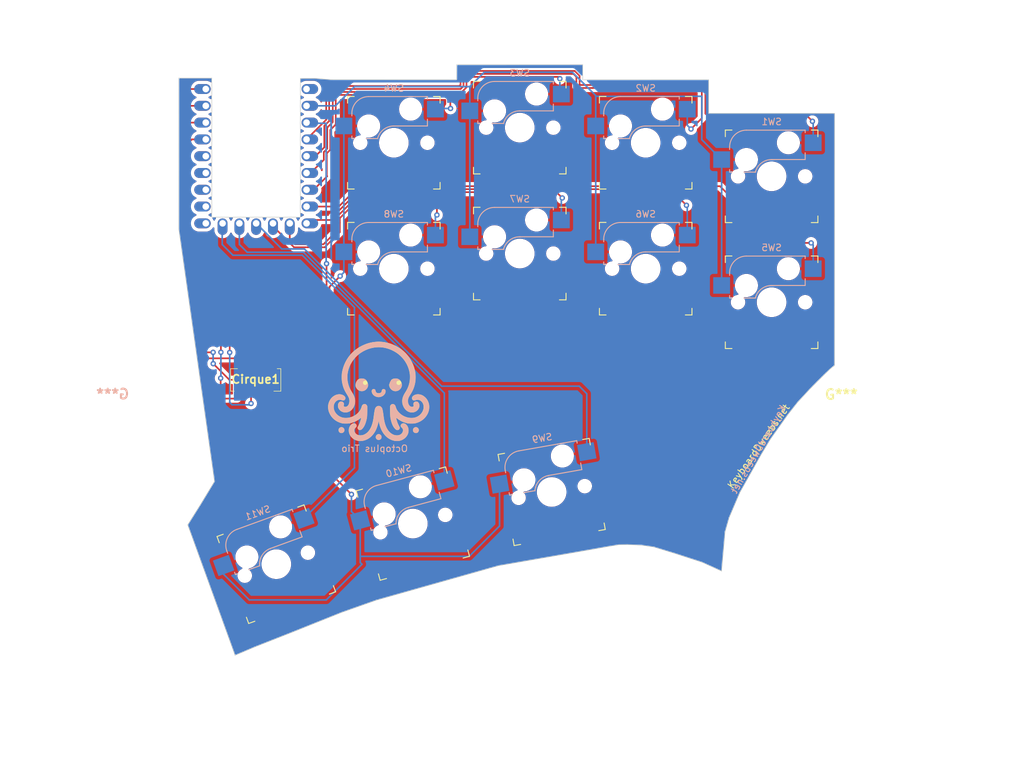
<source format=kicad_pcb>
(kicad_pcb (version 20221018) (generator pcbnew)
  (layers (0 "F.Cu" signal) (31 "B.Cu" signal) (34 "B.Paste" user) (35 "F.Paste" user) (36 "B.SilkS" user "B.Silkscreen") (37 "F.SilkS" user "F.Silkscreen") (38 "B.Mask" user) (39 "F.Mask" user) (44 "Edge.Cuts" user))
  (net 0 "")
  (net 1 "/SW1")
  (net 2 "/GND")
  (net 3 "/SW2")
  (net 4 "/SW3")
  (net 5 "/SW4")
  (net 6 "/SW5")
  (net 7 "/SW6")
  (net 8 "/SW7")
  (net 9 "/SW8")
  (net 10 "/SW9")
  (net 11 "/SW10")
  (net 12 "/SW11")
  (net 13 "/3v3")
  (net 14 "/CS")
  (net 15 "/SCK")
  (net 16 "/MOSI")
  (net 17 "/MISO")
  (footprint "keyswitches:Kailh_socket_MX" (layer "F.Cu") (at 179.822 82.296)
    (fp_text reference "SW2" (at 0 -8.255) (layer "B.SilkS") (effects (justify mirror)))
    (fp_text value "SW_PUSH")
    (pad "" np_thru_hole circle (at -5.08 0) (size 1.7018 1.7018) (drill 1.7018) (layers "*.Cu" "*.Mask"))
    (pad "" np_thru_hole circle (at -3.81 -2.54) (size 3 3) (drill 3) (layers "*.Cu" "*.Mask"))
    (pad "" np_thru_hole circle (at 0 0) (size 3.9878 3.9878) (drill 3.9878) (layers "*.Cu" "*.Mask"))
    (pad "" np_thru_hole circle (at 2.54 -5.08) (size 3 3) (drill 3) (layers "*.Cu" "*.Mask"))
    (pad "" np_thru_hole circle (at 5.08 0) (size 1.7018 1.7018) (drill 1.7018) (layers "*.Cu" "*.Mask"))
    (pad "1" smd rect (at 6.29 -5.08) (size 2.55 2.5) (layers "B.Cu" "B.Paste" "B.Mask") (net 3 "/SW2"))
    (pad "2" smd rect (at -7.56 -2.54) (size 2.55 2.5) (layers "B.Cu" "B.Paste" "B.Mask") (net 2 "/GND"))
  )
  (footprint "pics:octo20mm" (layer "F.Cu") (at 139.43 120.1)
    (fp_text reference "G***" (at 69.99 0.28) (layer "F.SilkS") (effects (font (size 1.5 1.5) (thickness 0.3))))
    (fp_text value "LOGO" hide)
  )
  (footprint "keyswitches:Kailh_socket_MX" (layer "F.Cu") (at 160.772 99.06)
    (fp_text reference "SW7" (at 0 -8.255) (layer "B.SilkS") (effects (justify mirror)))
    (fp_text value "SW_PUSH")
    (pad "" np_thru_hole circle (at -5.08 0) (size 1.7018 1.7018) (drill 1.7018) (layers "*.Cu" "*.Mask"))
    (pad "" np_thru_hole circle (at -3.81 -2.54) (size 3 3) (drill 3) (layers "*.Cu" "*.Mask"))
    (pad "" np_thru_hole circle (at 0 0) (size 3.9878 3.9878) (drill 3.9878) (layers "*.Cu" "*.Mask"))
    (pad "" np_thru_hole circle (at 2.54 -5.08) (size 3 3) (drill 3) (layers "*.Cu" "*.Mask"))
    (pad "" np_thru_hole circle (at 5.08 0) (size 1.7018 1.7018) (drill 1.7018) (layers "*.Cu" "*.Mask"))
    (pad "1" smd rect (at 6.29 -5.08) (size 2.55 2.5) (layers "B.Cu" "B.Paste" "B.Mask") (net 8 "/SW7"))
    (pad "2" smd rect (at -7.56 -2.54) (size 2.55 2.5) (layers "B.Cu" "B.Paste" "B.Mask") (net 2 "/GND"))
  )
  (footprint "keyswitches:Kailh_socket_MX" (layer "F.Cu") (at 123.942 146.05 20)
    (fp_text reference "SW11" (at 0 -8.255 20) (layer "B.SilkS") (effects (justify mirror)))
    (fp_text value "SW_PUSH")
    (pad "" np_thru_hole circle (at -5.08 0 20) (size 1.7018 1.7018) (drill 1.7018) (layers "*.Cu" "*.Mask"))
    (pad "" np_thru_hole circle (at -3.81 -2.54 20) (size 3 3) (drill 3) (layers "*.Cu" "*.Mask"))
    (pad "" np_thru_hole circle (at 0 0 20) (size 3.9878 3.9878) (drill 3.9878) (layers "*.Cu" "*.Mask"))
    (pad "" np_thru_hole circle (at 2.54 -5.08 20) (size 3 3) (drill 3) (layers "*.Cu" "*.Mask"))
    (pad "" np_thru_hole circle (at 5.08 0 20) (size 1.7018 1.7018) (drill 1.7018) (layers "*.Cu" "*.Mask"))
    (pad "1" smd rect (at 6.29 -5.08 20) (size 2.55 2.5) (layers "B.Cu" "B.Paste" "B.Mask") (net 12 "/SW11"))
    (pad "2" smd rect (at -7.56 -2.54 20) (size 2.55 2.5) (layers "B.Cu" "B.Paste" "B.Mask") (net 2 "/GND"))
  )
  (footprint "keyswitches:Kailh_socket_MX" (layer "F.Cu") (at 141.722 82.296)
    (fp_text reference "SW4" (at 0 -8.255) (layer "B.SilkS") (effects (justify mirror)))
    (fp_text value "SW_PUSH")
    (pad "" np_thru_hole circle (at -5.08 0) (size 1.7018 1.7018) (drill 1.7018) (layers "*.Cu" "*.Mask"))
    (pad "" np_thru_hole circle (at -3.81 -2.54) (size 3 3) (drill 3) (layers "*.Cu" "*.Mask"))
    (pad "" np_thru_hole circle (at 0 0) (size 3.9878 3.9878) (drill 3.9878) (layers "*.Cu" "*.Mask"))
    (pad "" np_thru_hole circle (at 2.54 -5.08) (size 3 3) (drill 3) (layers "*.Cu" "*.Mask"))
    (pad "" np_thru_hole circle (at 5.08 0) (size 1.7018 1.7018) (drill 1.7018) (layers "*.Cu" "*.Mask"))
    (pad "1" smd rect (at 6.29 -5.08) (size 2.55 2.5) (layers "B.Cu" "B.Paste" "B.Mask") (net 5 "/SW4"))
    (pad "2" smd rect (at -7.56 -2.54) (size 2.55 2.5) (layers "B.Cu" "B.Paste" "B.Mask") (net 2 "/GND"))
  )
  (footprint "molex:0781271220" (layer "F.Cu") (at 121.07 116.48)
    (fp_text reference "Cirque1" (at -0.25 1.6) (layer "F.SilkS") (effects (font (size 1.27 1.27) (thickness 0.254))))
    (fp_text value "0781271220" hide)
    (pad "1" smd rect (at -3 2.8) (size 0.4 1.6) (layers "F.Cu" "F.Paste" "F.Mask") (net 15 "/SCK"))
    (pad "2" smd rect (at -2.5 0.4) (size 0.4 1.6) (layers "F.Cu" "F.Paste" "F.Mask") (net 17 "/MISO"))
    (pad "3" smd rect (at -2 2.8) (size 0.4 1.6) (layers "F.Cu" "F.Paste" "F.Mask") (net 14 "/CS"))
    (pad "4" smd rect (at -1.5 0.4) (size 0.4 1.6) (layers "F.Cu" "F.Paste" "F.Mask"))
    (pad "5" smd rect (at -1 2.8) (size 0.4 1.6) (layers "F.Cu" "F.Paste" "F.Mask") (net 16 "/MOSI"))
    (pad "6" smd rect (at -0.5 0.4) (size 0.4 1.6) (layers "F.Cu" "F.Paste" "F.Mask"))
    (pad "7" smd rect (at 0 2.8) (size 0.4 1.6) (layers "F.Cu" "F.Paste" "F.Mask"))
    (pad "8" smd rect (at 0.5 0.4) (size 0.4 1.6) (layers "F.Cu" "F.Paste" "F.Mask"))
    (pad "9" smd rect (at 1 2.8) (size 0.4 1.6) (layers "F.Cu" "F.Paste" "F.Mask") (net 14 "/CS"))
    (pad "10" smd rect (at 1.5 0.4) (size 0.4 1.6) (layers "F.Cu" "F.Paste" "F.Mask") (net 17 "/MISO"))
    (pad "11" smd rect (at 2 2.8) (size 0.4 1.6) (layers "F.Cu" "F.Paste" "F.Mask") (net 2 "/GND"))
    (pad "12" smd rect (at 2.5 0.4) (size 0.4 1.6) (layers "F.Cu" "F.Paste" "F.Mask") (net 13 "/3v3"))
  )
  (footprint "keyswitches:Kailh_socket_MX" (layer "F.Cu") (at 165.598 135.128 10)
    (fp_text reference "SW9" (at 0 -8.255 10) (layer "B.SilkS") (effects (justify mirror)))
    (fp_text value "SW_PUSH")
    (pad "" np_thru_hole circle (at -5.08 0 10) (size 1.7018 1.7018) (drill 1.7018) (layers "*.Cu" "*.Mask"))
    (pad "" np_thru_hole circle (at -3.81 -2.54 10) (size 3 3) (drill 3) (layers "*.Cu" "*.Mask"))
    (pad "" np_thru_hole circle (at 0 0 10) (size 3.9878 3.9878) (drill 3.9878) (layers "*.Cu" "*.Mask"))
    (pad "" np_thru_hole circle (at 2.54 -5.08 10) (size 3 3) (drill 3) (layers "*.Cu" "*.Mask"))
    (pad "" np_thru_hole circle (at 5.08 0 10) (size 1.7018 1.7018) (drill 1.7018) (layers "*.Cu" "*.Mask"))
    (pad "1" smd rect (at 6.29 -5.08 10) (size 2.55 2.5) (layers "B.Cu" "B.Paste" "B.Mask") (net 10 "/SW9"))
    (pad "2" smd rect (at -7.56 -2.54 10) (size 2.55 2.5) (layers "B.Cu" "B.Paste" "B.Mask") (net 2 "/GND"))
  )
  (footprint "keyswitches:Kailh_socket_MX" (layer "F.Cu") (at 144.5969 139.9092 15)
    (fp_text reference "SW10" (at 0 -8.255 15) (layer "B.SilkS") (effects (justify mirror)))
    (fp_text value "SW_PUSH")
    (pad "" np_thru_hole circle (at -5.08 0 15) (size 1.7018 1.7018) (drill 1.7018) (layers "*.Cu" "*.Mask"))
    (pad "" np_thru_hole circle (at -3.81 -2.54 15) (size 3 3) (drill 3) (layers "*.Cu" "*.Mask"))
    (pad "" np_thru_hole circle (at 0 0 15) (size 3.9878 3.9878) (drill 3.9878) (layers "*.Cu" "*.Mask"))
    (pad "" np_thru_hole circle (at 2.54 -5.08 15) (size 3 3) (drill 3) (layers "*.Cu" "*.Mask"))
    (pad "" np_thru_hole circle (at 5.08 0 15) (size 1.7018 1.7018) (drill 1.7018) (layers "*.Cu" "*.Mask"))
    (pad "1" smd rect (at 6.29 -5.08 15) (size 2.55 2.5) (layers "B.Cu" "B.Paste" "B.Mask") (net 11 "/SW10"))
    (pad "2" smd rect (at -7.56 -2.54 15) (size 2.55 2.5) (layers "B.Cu" "B.Paste" "B.Mask") (net 2 "/GND"))
  )
  (footprint "keyswitches:Kailh_socket_MX" (layer "F.Cu") (at 198.872 106.426)
    (fp_text reference "SW5" (at 0 -8.255) (layer "B.SilkS") (effects (justify mirror)))
    (fp_text value "SW_PUSH")
    (pad "" np_thru_hole circle (at -5.08 0) (size 1.7018 1.7018) (drill 1.7018) (layers "*.Cu" "*.Mask"))
    (pad "" np_thru_hole circle (at -3.81 -2.54) (size 3 3) (drill 3) (layers "*.Cu" "*.Mask"))
    (pad "" np_thru_hole circle (at 0 0) (size 3.9878 3.9878) (drill 3.9878) (layers "*.Cu" "*.Mask"))
    (pad "" np_thru_hole circle (at 2.54 -5.08) (size 3 3) (drill 3) (layers "*.Cu" "*.Mask"))
    (pad "" np_thru_hole circle (at 5.08 0) (size 1.7018 1.7018) (drill 1.7018) (layers "*.Cu" "*.Mask"))
    (pad "1" smd rect (at 6.29 -5.08) (size 2.55 2.5) (layers "B.Cu" "B.Paste" "B.Mask") (net 6 "/SW5"))
    (pad "2" smd rect (at -7.56 -2.54) (size 2.55 2.5) (layers "B.Cu" "B.Paste" "B.Mask") (net 2 "/GND"))
  )
  (footprint "keyswitches:Kailh_socket_MX" (layer "F.Cu") (at 141.722 101.346)
    (fp_text reference "SW8" (at 0 -8.255) (layer "B.SilkS") (effects (justify mirror)))
    (fp_text value "SW_PUSH")
    (pad "" np_thru_hole circle (at -5.08 0) (size 1.7018 1.7018) (drill 1.7018) (layers "*.Cu" "*.Mask"))
    (pad "" np_thru_hole circle (at -3.81 -2.54) (size 3 3) (drill 3) (layers "*.Cu" "*.Mask"))
    (pad "" np_thru_hole circle (at 0 0) (size 3.9878 3.9878) (drill 3.9878) (layers "*.Cu" "*.Mask"))
    (pad "" np_thru_hole circle (at 2.54 -5.08) (size 3 3) (drill 3) (layers "*.Cu" "*.Mask"))
    (pad "" np_thru_hole circle (at 5.08 0) (size 1.7018 1.7018) (drill 1.7018) (layers "*.Cu" "*.Mask"))
    (pad "1" smd rect (at 6.29 -5.08) (size 2.55 2.5) (layers "B.Cu" "B.Paste" "B.Mask") (net 9 "/SW8"))
    (pad "2" smd rect (at -7.56 -2.54) (size 2.55 2.5) (layers "B.Cu" "B.Paste" "B.Mask") (net 2 "/GND"))
  )
  (footprint "keyswitches:Kailh_socket_MX" (layer "F.Cu") (at 179.822 101.346)
    (fp_text reference "SW6" (at 0 -8.255) (layer "B.SilkS") (effects (justify mirror)))
    (fp_text value "SW_PUSH")
    (pad "" np_thru_hole circle (at -5.08 0) (size 1.7018 1.7018) (drill 1.7018) (layers "*.Cu" "*.Mask"))
    (pad "" np_thru_hole circle (at -3.81 -2.54) (size 3 3) (drill 3) (layers "*.Cu" "*.Mask"))
    (pad "" np_thru_hole circle (at 0 0) (size 3.9878 3.9878) (drill 3.9878) (layers "*.Cu" "*.Mask"))
    (pad "" np_thru_hole circle (at 2.54 -5.08) (size 3 3) (drill 3) (layers "*.Cu" "*.Mask"))
    (pad "" np_thru_hole circle (at 5.08 0) (size 1.7018 1.7018) (drill 1.7018) (layers "*.Cu" "*.Mask"))
    (pad "1" smd rect (at 6.29 -5.08) (size 2.55 2.5) (layers "B.Cu" "B.Paste" "B.Mask") (net 7 "/SW6"))
    (pad "2" smd rect (at -7.56 -2.54) (size 2.55 2.5) (layers "B.Cu" "B.Paste" "B.Mask") (net 2 "/GND"))
  )
  (footprint "keyswitches:Kailh_socket_MX" (layer "F.Cu") (at 198.872 87.376)
    (fp_text reference "SW1" (at 0 -8.255) (layer "B.SilkS") (effects (justify mirror)))
    (fp_text value "SW_PUSH")
    (pad "" np_thru_hole circle (at -5.08 0) (size 1.7018 1.7018) (drill 1.7018) (layers "*.Cu" "*.Mask"))
    (pad "" np_thru_hole circle (at -3.81 -2.54) (size 3 3) (drill 3) (layers "*.Cu" "*.Mask"))
    (pad "" np_thru_hole circle (at 0 0) (size 3.9878 3.9878) (drill 3.9878) (layers "*.Cu" "*.Mask"))
    (pad "" np_thru_hole circle (at 2.54 -5.08) (size 3 3) (drill 3) (layers "*.Cu" "*.Mask"))
    (pad "" np_thru_hole circle (at 5.08 0) (size 1.7018 1.7018) (drill 1.7018) (layers "*.Cu" "*.Mask"))
    (pad "1" smd rect (at 6.29 -5.08) (size 2.55 2.5) (layers "B.Cu" "B.Paste" "B.Mask") (net 1 "/SW1"))
    (pad "2" smd rect (at -7.56 -2.54) (size 2.55 2.5) (layers "B.Cu" "B.Paste" "B.Mask") (net 2 "/GND"))
  )
  (footprint "keyswitches:Kailh_socket_MX" (layer "F.Cu") (at 160.772 80.01)
    (fp_text reference "SW3" (at 0 -8.255) (layer "B.SilkS") (effects (justify mirror)))
    (fp_text value "SW_PUSH")
    (pad "" np_thru_hole circle (at -5.08 0) (size 1.7018 1.7018) (drill 1.7018) (layers "*.Cu" "*.Mask"))
    (pad "" np_thru_hole circle (at -3.81 -2.54) (size 3 3) (drill 3) (layers "*.Cu" "*.Mask"))
    (pad "" np_thru_hole circle (at 0 0) (size 3.9878 3.9878) (drill 3.9878) (layers "*.Cu" "*.Mask"))
    (pad "" np_thru_hole circle (at 2.54 -5.08) (size 3 3) (drill 3) (layers "*.Cu" "*.Mask"))
    (pad "" np_thru_hole circle (at 5.08 0) (size 1.7018 1.7018) (drill 1.7018) (layers "*.Cu" "*.Mask"))
    (pad "1" smd rect (at 6.29 -5.08) (size 2.55 2.5) (layers "B.Cu" "B.Paste" "B.Mask") (net 4 "/SW3"))
    (pad "2" smd rect (at -7.56 -2.54) (size 2.55 2.5) (layers "B.Cu" "B.Paste" "B.Mask") (net 2 "/GND"))
  )
  (footprint "mcu:rp2040-zero-tht-nocut" (layer "B.Cu") (at 120.894 84.328 180)
    (fp_text reference "U1" hide)
    (fp_text value "rp2040-zero" hide)
    (pad "1" thru_hole oval (at 7.62 10.16) (size 2.5 1.5) (drill 1 (offset -0.5 0)) (layers "*.Cu" "*.Mask") (net 17 "/MISO"))
    (pad "2" thru_hole oval (at 7.62 7.62) (size 2.5 1.5) (drill 1 (offset -0.5 0)) (layers "*.Cu" "*.Mask") (net 14 "/CS"))
    (pad "3" thru_hole oval (at 7.62 5.08) (size 2.5 1.5) (drill 1 (offset -0.5 0)) (layers "*.Cu" "*.Mask") (net 15 "/SCK"))
    (pad "4" thru_hole oval (at 7.62 2.54) (size 2.5 1.5) (drill 1 (offset -0.5 0)) (layers "*.Cu" "*.Mask") (net 16 "/MOSI"))
    (pad "5" thru_hole oval (at 7.62 0) (size 2.5 1.5) (drill 1 (offset -0.5 0)) (layers "*.Cu" "*.Mask"))
    (pad "6" thru_hole oval (at 7.62 -2.54) (size 2.5 1.5) (drill 1 (offset -0.5 0)) (layers "*.Cu" "*.Mask"))
    (pad "7" thru_hole oval (at 7.62 -5.08) (size 2.5 1.5) (drill 1 (offset -0.5 0)) (layers "*.Cu" "*.Mask"))
    (pad "8" thru_hole oval (at 7.62 -7.62) (size 2.5 1.5) (drill 1 (offset -0.5 0)) (layers "*.Cu" "*.Mask"))
    (pad "9" thru_hole oval (at 7.62 -10.16) (size 2.5 1.5) (drill 1 (offset -0.5 0)) (layers "*.Cu" "*.Mask"))
    (pad "10" thru_hole oval (at 5.08 -10.16 90) (size 2.5 1.5) (drill 1 (offset -0.5 0)) (layers "*.Cu" "*.Mask") (net 12 "/SW11"))
    (pad "11" thru_hole oval (at 2.54 -10.16 90) (size 2.5 1.5) (drill 1 (offset -0.5 0)) (layers "*.Cu" "*.Mask") (net 11 "/SW10"))
    (pad "12" thru_hole oval (at 0 -10.16 90) (size 2.5 1.5) (drill 1 (offset -0.5 0)) (layers "*.Cu" "*.Mask") (net 10 "/SW9"))
    (pad "13" thru_hole oval (at -2.54 -10.16 90) (size 2.5 1.5) (drill 1 (offset -0.5 0)) (layers "*.Cu" "*.Mask") (net 9 "/SW8"))
    (pad "14" thru_hole oval (at -5.08 -10.16 90) (size 2.5 1.5) (drill 1 (offset -0.5 0)) (layers "*.Cu" "*.Mask") (net 8 "/SW7"))
    (pad "15" thru_hole oval (at -7.62 -10.16 180) (size 2.5 1.5) (drill 1 (offset -0.5 0)) (layers "*.Cu" "*.Mask") (net 7 "/SW6"))
    (pad "16" thru_hole oval (at -7.62 -7.62 180) (size 2.5 1.5) (drill 1 (offset -0.5 0)) (layers "*.Cu" "*.Mask") (net 6 "/SW5"))
    (pad "17" thru_hole oval (at -7.62 -5.08 180) (size 2.5 1.5) (drill 1 (offset -0.5 0)) (layers "*.Cu" "*.Mask") (net 5 "/SW4"))
    (pad "18" thru_hole oval (at -7.62 -2.54 180) (size 2.5 1.5) (drill 1 (offset -0.5 0)) (layers "*.Cu" "*.Mask") (net 4 "/SW3"))
    (pad "19" thru_hole oval (at -7.62 0 180) (size 2.5 1.5) (drill 1 (offset -0.5 0)) (layers "*.Cu" "*.Mask") (net 3 "/SW2"))
    (pad "20" thru_hole oval (at -7.62 2.54 180) (size 2.5 1.5) (drill 1 (offset -0.5 0)) (layers "*.Cu" "*.Mask") (net 1 "/SW1"))
    (pad "21" thru_hole oval (at -7.62 5.08 180) (size 2.5 1.5) (drill 1 (offset -0.5 0)) (layers "*.Cu" "*.Mask") (net 13 "/3v3"))
    (pad "22" thru_hole oval (at -7.62 7.62 180) (size 2.5 1.5) (drill 1 (offset -0.5 0)) (layers "*.Cu" "*.Mask") (net 2 "/GND"))
    (pad "23" thru_hole oval (at -7.62 10.16 180) (size 2.5 1.5) (drill 1 (offset -0.5 0)) (layers "*.Cu" "*.Mask"))
  )
  (footprint "pics:octo20mm" (layer "B.Cu") (at 139.43 120.1 180)
    (fp_text reference "G***" (at 40.25 -0.22) (layer "B.SilkS") (effects (font (size 1.5 1.5) (thickness 0.3)) (justify mirror)))
    (fp_text value "LOGO" hide)
  )
  (gr_line (start 114.59 133.53) (end 112.45 137.06) (stroke (width 0.1)) (layer "Edge.Cuts"))
  (gr_line (start 184.28 144.44) (end 181.04 143.45) (stroke (width 0.1)) (layer "Edge.Cuts"))
  (gr_line (start 117.7 159.84) (end 120.72 158.56) (stroke (width 0.1)) (layer "Edge.Cuts"))
  (gr_line (start 192.44 139.03) (end 194.08 135.19) (stroke (width 0.1)) (layer "Edge.Cuts"))
  (gr_line (start 201.29 123.48) (end 202.82 121.54) (stroke (width 0.1)) (layer "Edge.Cuts"))
  (gr_line (start 207.11 117.11) (end 207.45 116.79) (stroke (width 0.1)) (layer "Edge.Cuts"))
  (gr_line (start 191.83 141.17) (end 192.44 139.03) (stroke (width 0.1)) (layer "Edge.Cuts"))
  (gr_line (start 170.7 143.99) (end 174.13 143.38) (stroke (width 0.1)) (layer "Edge.Cuts"))
  (gr_line (start 208.06 116.24) (end 208.22 116.12) (stroke (width 0.1)) (layer "Edge.Cuts"))
  (gr_line (start 208.4 77.85) (end 189.35 77.85) (stroke (width 0.1)) (layer "Edge.Cuts"))
  (gr_line (start 191.72 142.47) (end 191.83 141.17) (stroke (width 0.1)) (layer "Edge.Cuts"))
  (gr_line (start 197.3 129.46) (end 198.68 127.16) (stroke (width 0.1)) (layer "Edge.Cuts"))
  (gr_line (start 191.72 142.47) (end 191.3 147.1) (stroke (width 0.1)) (layer "Edge.Cuts"))
  (gr_line (start 206.5 117.71) (end 206.78 117.43) (stroke (width 0.1)) (layer "Edge.Cuts"))
  (gr_line (start 204.59 119.63) (end 205.16 119.05) (stroke (width 0.1)) (layer "Edge.Cuts"))
  (gr_line (start 151.24 70.49) (end 151.23 72.76) (stroke (width 0.1)) (layer "Edge.Cuts"))
  (gr_line (start 194.08 135.19) (end 197.3 129.46) (stroke (width 0.1)) (layer "Edge.Cuts"))
  (gr_line (start 207.94 116.34) (end 208.06 116.24) (stroke (width 0.1)) (layer "Edge.Cuts"))
  (gr_line (start 208.39 115.95) (end 208.4 77.85) (stroke (width 0.1)) (layer "Edge.Cuts"))
  (gr_line (start 109.2 72.51) (end 109.19 95.37) (stroke (width 0.1)) (layer "Edge.Cuts"))
  (gr_line (start 157.57 146.28) (end 170.7 143.99) (stroke (width 0.1)) (layer "Edge.Cuts"))
  (gr_line (start 170.3 70.48) (end 151.24 70.49) (stroke (width 0.1)) (layer "Edge.Cuts"))
  (gr_line (start 114.18 72.51) (end 109.2 72.51) (stroke (width 0.1)) (layer "Edge.Cuts"))
  (gr_line (start 127.58 72.57) (end 127.57 93.56) (stroke (width 0.1)) (layer "Edge.Cuts"))
  (gr_line (start 208.22 116.12) (end 208.31 116.06) (stroke (width 0.1)) (layer "Edge.Cuts"))
  (gr_line (start 133.86 153.34) (end 139.07 151.5) (stroke (width 0.1)) (layer "Edge.Cuts"))
  (gr_line (start 207.67 116.57) (end 207.94 116.34) (stroke (width 0.1)) (layer "Edge.Cuts"))
  (gr_line (start 189.35 77.85) (end 189.35 72.76) (stroke (width 0.1)) (layer "Edge.Cuts"))
  (gr_line (start 151.23 72.76) (end 132.18 72.75) (stroke (width 0.1)) (layer "Edge.Cuts"))
  (gr_line (start 132.18 72.75) (end 129.9 72.56) (stroke (width 0.1)) (layer "Edge.Cuts"))
  (gr_line (start 174.13 143.38) (end 175.77 143.11) (stroke (width 0.1)) (layer "Edge.Cuts"))
  (gr_line (start 110.54 140.1) (end 117.7 159.84) (stroke (width 0.1)) (layer "Edge.Cuts"))
  (gr_line (start 205.16 119.05) (end 205.81 118.39) (stroke (width 0.1)) (layer "Edge.Cuts"))
  (gr_line (start 112.45 137.06) (end 110.54 140.1) (stroke (width 0.1)) (layer "Edge.Cuts"))
  (gr_line (start 126.44 156.31) (end 133.86 153.34) (stroke (width 0.1)) (layer "Edge.Cuts"))
  (gr_line (start 181.04 143.45) (end 179.2 143.18) (stroke (width 0.1)) (layer "Edge.Cuts"))
  (gr_line (start 120.72 158.56) (end 126.44 156.31) (stroke (width 0.1)) (layer "Edge.Cuts"))
  (gr_line (start 150.79 148.19) (end 156.21 146.66) (stroke (width 0.1)) (layer "Edge.Cuts"))
  (gr_line (start 114.59 133.53) (end 109.19 95.37) (stroke (width 0.1)) (layer "Edge.Cuts"))
  (gr_line (start 129.9 72.56) (end 127.58 72.57) (stroke (width 0.1)) (layer "Edge.Cuts"))
  (gr_line (start 139.07 151.5) (end 150.79 148.19) (stroke (width 0.1)) (layer "Edge.Cuts"))
  (gr_line (start 206.78 117.43) (end 207.11 117.11) (stroke (width 0.1)) (layer "Edge.Cuts"))
  (gr_line (start 188.37 145.77) (end 184.28 144.44) (stroke (width 0.1)) (layer "Edge.Cuts"))
  (gr_line (start 205.81 118.39) (end 206.5 117.71) (stroke (width 0.1)) (layer "Edge.Cuts"))
  (gr_line (start 127.57 93.56) (end 114.18 93.56) (stroke (width 0.1)) (layer "Edge.Cuts"))
  (gr_line (start 202.82 121.54) (end 204.59 119.63) (stroke (width 0.1)) (layer "Edge.Cuts"))
  (gr_line (start 208.31 116.06) (end 208.39 115.95) (stroke (width 0.1)) (layer "Edge.Cuts"))
  (gr_line (start 156.21 146.66) (end 157.57 146.28) (stroke (width 0.1)) (layer "Edge.Cuts"))
  (gr_line (start 175.77 143.11) (end 177.01 143.09) (stroke (width 0.1)) (layer "Edge.Cuts"))
  (gr_line (start 207.45 116.79) (end 207.67 116.57) (stroke (width 0.1)) (layer "Edge.Cuts"))
  (gr_line (start 114.18 93.56) (end 114.18 72.51) (stroke (width 0.1)) (layer "Edge.Cuts"))
  (gr_line (start 189.35 72.76) (end 170.3 72.77) (stroke (width 0.1)) (layer "Edge.Cuts"))
  (gr_line (start 191.3 147.1) (end 188.37 145.77) (stroke (width 0.1)) (layer "Edge.Cuts"))
  (gr_line (start 198.68 127.16) (end 201.29 123.48) (stroke (width 0.1)) (layer "Edge.Cuts"))
  (gr_line (start 179.2 143.18) (end 177.01 143.09) (stroke (width 0.1)) (layer "Edge.Cuts"))
  (gr_line (start 170.3 72.77) (end 170.3 70.48) (stroke (width 0.1)) (layer "Edge.Cuts"))
  (gr_text "KeyboardDweebs.net" (at 201.23 122.31 60) (layer "B.SilkS") (effects (font (size 1 1)) (justify left bottom mirror)))
  (gr_text "Octoplus Trio" (at 143.94 129.15) (layer "B.SilkS") (effects (font (size 1 1)) (justify left bottom mirror)))
  (gr_text "KeyboardDweebs.net" (at 192.99 134.86 55) (layer "F.SilkS") (effects (font (size 1 1)) (justify left bottom)))
  (segment (start 188.85 73.57) (end 188.85 77.87) (width 0.25) (layer "F.Cu") (net 1))
  (segment (start 128.514 81.788) (end 131.49 78.812) (width 0.25) (layer "F.Cu") (net 1))
  (segment (start 169.82 72.17) (end 169.82 73.56) (width 0.25) (layer "F.Cu") (net 1))
  (segment (start 169.18 71.53) (end 169.82 72.17) (width 0.25) (layer "F.Cu") (net 1))
  (segment (start 131.49 78.812) (end 131.49 73.71) (width 0.25) (layer "F.Cu") (net 1))
  (segment (start 169.08 71.43) (end 169.18 71.53) (width 0.25) (layer "F.Cu") (net 1))
  (segment (start 204.28 78.28) (end 205.05 79.05) (width 0.25) (layer "F.Cu") (net 1))
  (segment (start 151.81 73.54) (end 151.81 71.96) (width 0.25) (layer "F.Cu") (net 1))
  (segment (start 151.64 73.71) (end 151.81 73.54) (width 0.25) (layer "F.Cu") (net 1))
  (segment (start 188.85 77.87) (end 189.26 78.28) (width 0.25) (layer "F.Cu") (net 1))
  (segment (start 152.34 71.43) (end 169.08 71.43) (width 0.25) (layer "F.Cu") (net 1))
  (segment (start 131.49 73.71) (end 151.64 73.71) (width 0.25) (layer "F.Cu") (net 1))
  (segment (start 188.84 73.56) (end 188.85 73.57) (width 0.25) (layer "F.Cu") (net 1))
  (segment (start 189.26 78.28) (end 204.28 78.28) (width 0.25) (layer "F.Cu") (net 1))
  (segment (start 151.81 71.96) (end 152.34 71.43) (width 0.25) (layer "F.Cu") (net 1))
  (segment (start 169.82 73.56) (end 188.84 73.56) (width 0.25) (layer "F.Cu") (net 1))
  (via (at 205.05 79.05) (size 0.8) (drill 0.4) (layers "F.Cu" "B.Cu") (net 1))
  (segment (start 205.05 79.05) (end 205.162 79.162) (width 0.25) (layer "B.Cu") (net 1))
  (segment (start 205.162 79.162) (end 205.162 82.296) (width 0.25) (layer "B.Cu") (net 1))
  (segment (start 125.58 125.76) (end 135.31 135.49) (width 0.25) (layer "F.Cu") (net 2))
  (segment (start 123.07 123.25) (end 125.58 125.76) (width 0.25) (layer "F.Cu") (net 2))
  (segment (start 131.99 104.08) (end 131.99 107.326396) (width 0.25) (layer "F.Cu") (net 2))
  (segment (start 123.07 119.28) (end 123.07 123.25) (width 0.25) (layer "F.Cu") (net 2))
  (segment (start 131.99 107.326396) (end 125.72 113.596396) (width 0.25) (layer "F.Cu") (net 2))
  (segment (start 125.72 125.62) (end 125.58 125.76) (width 0.25) (layer "F.Cu") (net 2))
  (segment (start 133.6 102.47) (end 131.99 104.08) (width 0.25) (layer "F.Cu") (net 2))
  (segment (start 125.72 113.596396) (end 125.72 125.62) (width 0.25) (layer "F.Cu") (net 2))
  (via (at 133.6 102.47) (size 0.8) (drill 0.4) (layers "F.Cu" "B.Cu") (net 2))
  (via (at 135.31 135.49) (size 0.8) (drill 0.4) (layers "F.Cu" "B.Cu") (net 2))
  (segment (start 188.31 75.31) (end 188.31 81.834) (width 0.25) (layer "B.Cu") (net 2))
  (segment (start 153.22 73.8) (end 153.41 73.8) (width 0.25) (layer "B.Cu") (net 2))
  (segment (start 115.969193 146.248853) (end 115.969193 147.579075) (width 0.25) (layer "B.Cu") (net 2))
  (segment (start 136.6371 144.87) (end 136.6371 139.41242) (width 0.25) (layer "B.Cu") (net 2))
  (segment (start 153.22 73.8) (end 155.4 71.62) (width 0.25) (layer "B.Cu") (net 2))
  (segment (start 157.711787 140.278213) (end 157.711787 133.939369) (width 0.25) (layer "B.Cu") (net 2))
  (segment (start 168.72 71.62) (end 172.262 75.162) (width 0.25) (layer "B.Cu") (net 2))
  (segment (start 134.162 75.428) (end 135.79 73.8) (width 0.25) (layer "B.Cu") (net 2))
  (segment (start 131.5 151.46) (end 136.9 146.06) (width 0.25) (layer "B.Cu") (net 2))
  (segment (start 172.262 75.27) (end 172.262 79.756) (width 0.25) (layer "B.Cu") (net 2))
  (segment (start 188.31 81.834) (end 191.312 84.836) (width 0.25) (layer "B.Cu") (net 2))
  (segment (start 134.162 98.806) (end 134.162 101.908) (width 0.25) (layer "B.Cu") (net 2))
  (segment (start 115.969193 147.579075) (end 119.850118 151.46) (width 0.25) (layer "B.Cu") (net 2))
  (segment (start 119.850118 151.46) (end 131.5 151.46) (width 0.25) (layer "B.Cu") (net 2))
  (segment (start 172.262 75.27) (end 188.27 75.27) (width 0.25) (layer "B.Cu") (net 2))
  (segment (start 188.27 75.27) (end 188.31 75.31) (width 0.25) (layer "B.Cu") (net 2))
  (segment (start 136.6371 145.7971) (end 136.6371 144.87) (width 0.25) (layer "B.Cu") (net 2))
  (segment (start 134.162 101.908) (end 133.6 102.47) (width 0.25) (layer "B.Cu") (net 2))
  (segment (start 135.31 135.49) (end 135.31 138.08532) (width 0.25) (layer "B.Cu") (net 2))
  (segment (start 134.162 79.756) (end 134.162 75.428) (width 0.25) (layer "B.Cu") (net 2))
  (segment (start 172.262 79.756) (end 172.262 98.806) (width 0.25) (layer "B.Cu") (net 2))
  (segment (start 136.9 146.06) (end 136.6371 145.7971) (width 0.25) (layer "B.Cu") (net 2))
  (segment (start 134.162 75.428) (end 132.882 76.708) (width 0.25) (layer "B.Cu") (net 2))
  (segment (start 134.162 79.756) (end 134.162 98.806) (width 0.25) (layer "B.Cu") (net 2))
  (segment (start 132.882 76.708) (end 128.514 76.708) (width 0.25) (layer "B.Cu") (net 2))
  (segment (start 153.212 77.47) (end 153.212 96.52) (width 0.25) (layer "B.Cu") (net 2))
  (segment (start 135.79 73.8) (end 153.22 73.8) (width 0.25) (layer "B.Cu") (net 2))
  (segment (start 153.212 73.998) (end 153.212 77.47) (width 0.25) (layer "B.Cu") (net 2))
  (segment (start 172.262 75.162) (end 172.262 75.27) (width 0.25) (layer "B.Cu") (net 2))
  (segment (start 136.6371 144.87) (end 153.12 144.87) (width 0.25) (layer "B.Cu") (net 2))
  (segment (start 153.41 73.8) (end 153.212 73.998) (width 0.25) (layer "B.Cu") (net 2))
  (segment (start 153.12 144.87) (end 157.711787 140.278213) (width 0.25) (layer "B.Cu") (net 2))
  (segment (start 135.31 138.08532) (end 136.6371 139.41242) (width 0.25) (layer "B.Cu") (net 2))
  (segment (start 155.4 71.62) (end 168.72 71.62) (width 0.25) (layer "B.Cu") (net 2))
  (segment (start 191.312 84.836) (end 191.312 103.886) (width 0.25) (layer "B.Cu") (net 2))
  (segment (start 131.839198 79.099198) (end 131.94 78.998396) (width 0.25) (layer "F.Cu") (net 3))
  (segment (start 131.94 74.24) (end 132.02 74.16) (width 0.25) (layer "F.Cu") (net 3))
  (segment (start 152.57 71.95) (end 152.64 71.88) (width 0.25) (layer "F.Cu") (net 3))
  (segment (start 132.02 74.16) (end 132.03 74.16) (width 0.25) (layer "F.Cu") (net 3))
  (segment (start 188.19 74.01) (end 188.31 74.01) (width 0.25) (layer "F.Cu") (net 3))
  (segment (start 169.58 74.01) (end 171.74 74.01) (width 0.25) (layer "F.Cu") (net 3))
  (segment (start 169.336802 73.766802) (end 169.51 73.94) (width 0.25) (layer "F.Cu") (net 3))
  (segment (start 131.94 74.59) (end 131.94 74.24) (width 0.25) (layer "F.Cu") (net 3))
  (segment (start 168.893604 71.88) (end 169.336802 72.323198) (width 0.25) (layer "F.Cu") (net 3))
  (segment (start 188.31 78.59) (end 186.68 80.22) (width 0.25) (layer "F.Cu") (net 3))
  (segment (start 131.2 79.738396) (end 131.839198 79.099198) (width 0.25) (layer "F.Cu") (net 3))
  (segment (start 152.64 71.88) (end 168.6 71.88) (width 0.25) (layer "F.Cu") (net 3))
  (segment (start 132.03 74.16) (end 151.826396 74.16) (width 0.25) (layer "F.Cu") (net 3))
  (segment (start 131.94 76.96) (end 131.94 74.59) (width 0.25) (layer "F.Cu") (net 3))
  (segment (start 188.31 74.01) (end 188.31 78.59) (width 0.25) (layer "F.Cu") (net 3))
  (segment (start 169.51 73.94) (end 169.58 74.01) (width 0.25) (layer "F.Cu") (net 3))
  (segment (start 169.336802 72.323198) (end 169.336802 73.766802) (width 0.25) (layer "F.Cu") (net 3))
  (segment (start 171.74 74.01) (end 188.19 74.01) (width 0.25) (layer "F.Cu") (net 3))
  (segment (start 151.826396 74.16) (end 152.26 73.726396) (width 0.25) (layer "F.Cu") (net 3))
  (segment (start 131.94 78.998396) (end 131.94 76.96) (width 0.25) (layer "F.Cu") (net 3))
  (segment (start 129.862 84.328) (end 131.2 82.99) (width 0.25) (layer "F.Cu") (net 3))
  (segment (start 152.26 73.726396) (end 152.26 73.353604) (width 0.25) (layer "F.Cu") (net 3))
  (segment (start 128.514 84.328) (end 129.862 84.328) (width 0.25) (layer "F.Cu") (net 3))
  (segment (start 152.26 72.26) (end 152.57 71.95) (width 0.25) (layer "F.Cu") (net 3))
  (segment (start 131.2 82.99) (end 131.2 79.738396) (width 0.25) (layer "F.Cu") (net 3))
  (segment (start 152.26 73.353604) (end 152.26 72.26) (width 0.25) (layer "F.Cu") (net 3))
  (segment (start 168.6 71.88) (end 168.893604 71.88) (width 0.25) (layer "F.Cu") (net 3))
  (via (at 186.68 80.22) (size 0.8) (drill 0.4) (layers "F.Cu" "B.Cu") (net 3))
  (segment (start 186.112 79.652) (end 186.112 77.216) (width 0.25) (layer "B.Cu") (net 3))
  (segment (start 186.68 80.22) (end 186.112 79.652) (width 0.25) (layer "B.Cu") (net 3))
  (segment (start 152.012792 74.61) (end 152.71 73.912792) (width 0.25) (layer "F.Cu") (net 4))
  (segment (start 152.71 72.446396) (end 152.823198 72.333198) (width 0.25) (layer "F.Cu") (net 4))
  (segment (start 131.65 79.99) (end 131.8 79.84) (width 0.25) (layer "F.Cu") (net 4))
  (segment (start 129.142 86.868) (end 131.13 84.88) (width 0.25) (layer "F.Cu") (net 4))
  (segment (start 152.826396 72.33) (end 163.23 72.33) (width 0.25) (layer "F.Cu") (net 4))
  (segment (start 131.13 83.71) (end 131.123198 83.703198) (width 0.25) (layer "F.Cu") (net 4))
  (segment (start 151.16 74.61) (end 151.36 74.61) (width 0.25) (layer "F.Cu") (net 4))
  (segment (start 132.48 74.61) (end 132.45 74.61) (width 0.25) (layer "F.Cu") (net 4))
  (segment (start 166.5655 72.33) (end 166.84 72.6045) (width 0.25) (layer "F.Cu") (net 4))
  (segment (start 152.71 73.912792) (end 152.71 72.446396) (width 0.25) (layer "F.Cu") (net 4))
  (segment (start 131.65 82.27) (end 131.65 79.99) (width 0.25) (layer "F.Cu") (net 4))
  (segment (start 163.23 72.33) (end 166.5655 72.33) (width 0.25) (layer "F.Cu") (net 4))
  (segment (start 151.36 74.61) (end 152.012792 74.61) (width 0.25) (layer "F.Cu") (net 4))
  (segment (start 131.123198 83.703198) (end 131.65 83.176396) (width 0.25) (layer "F.Cu") (net 4))
  (segment (start 132.48 79.16) (end 132.48 77.41) (width 0.25) (layer "F.Cu") (net 4))
  (segment (start 132.45 74.61) (end 151.16 74.61) (width 0.25) (layer "F.Cu") (net 4))
  (segment (start 128.514 86.868) (end 129.142 86.868) (width 0.25) (layer "F.Cu") (net 4))
  (segment (start 132.48 77.41) (end 132.48 74.61) (width 0.25) (layer "F.Cu") (net 4))
  (segment (start 131.8 79.84) (end 132.48 79.16) (width 0.25) (layer "F.Cu") (net 4))
  (segment (start 152.823198 72.333198) (end 152.826396 72.33) (width 0.25) (layer "F.Cu") (net 4))
  (segment (start 131.13 84.88) (end 131.13 83.71) (width 0.25) (layer "F.Cu") (net 4))
  (segment (start 131.65 83.176396) (end 131.65 82.27) (width 0.25) (layer "F.Cu") (net 4))
  (via (at 166.84 72.6045) (size 0.8) (drill 0.4) (layers "F.Cu" "B.Cu") (net 4))
  (segment (start 166.84 72.6045) (end 166.84 74.708) (width 0.25) (layer "B.Cu") (net 4))
  (segment (start 166.84 74.708) (end 167.062 74.93) (width 0.25) (layer "B.Cu") (net 4))
  (segment (start 132.94 75.06) (end 133.06 75.06) (width 0.25) (layer "F.Cu") (net 5))
  (segment (start 132.93 79.54) (end 132.93 78.973604) (width 0.25) (layer "F.Cu") (net 5))
  (segment (start 150.27 77.08) (end 150.3 77.11) (width 0.25) (layer "F.Cu") (net 5))
  (segment (start 132.1 82.74) (end 132.1 80.37) (width 0.25) (layer "F.Cu") (net 5))
  (segment (start 128.514 89.408) (end 129.592 89.408) (width 0.25) (layer "F.Cu") (net 5))
  (segment (start 131.58 87.32) (end 131.58 84.27) (width 0.25) (layer "F.Cu") (net 5))
  (segment (start 132.93 78.973604) (end 132.93 75.07) (width 0.25) (layer "F.Cu") (net 5))
  (segment (start 129.592 89.408) (end 131.63 87.37) (width 0.25) (layer "F.Cu") (net 5))
  (segment (start 150.04 75.06) (end 150.27 75.06) (width 0.25) (layer "F.Cu") (net 5))
  (segment (start 131.58 84.27) (end 131.58 83.882792) (width 0.25) (layer "F.Cu") (net 5))
  (segment (start 133.06 75.06) (end 150.04 75.06) (width 0.25) (layer "F.Cu") (net 5))
  (segment (start 150.27 75.06) (end 150.27 77.08) (width 0.25) (layer "F.Cu") (net 5))
  (segment (start 131.661396 83.801396) (end 132.1 83.362792) (width 0.25) (layer "F.Cu") (net 5))
  (segment (start 131.58 83.882792) (end 131.661396 83.801396) (width 0.25) (layer "F.Cu") (net 5))
  (segment (start 132.93 75.07) (end 132.94 75.06) (width 0.25) (layer "F.Cu") (net 5))
  (segment (start 131.63 87.37) (end 131.58 87.32) (width 0.25) (layer "F.Cu") (net 5))
  (segment (start 132.1 83.362792) (end 132.1 82.74) (width 0.25) (layer "F.Cu") (net 5))
  (segment (start 132.1 80.37) (end 132.93 79.54) (width 0.25) (layer "F.Cu") (net 5))
  (via (at 150.3 77.11) (size 0.8) (drill 0.4) (layers "F.Cu" "B.Cu") (net 5))
  (segment (start 148.118 77.11) (end 148.012 77.216) (width 0.25) (layer "B.Cu") (net 5))
  (segment (start 150.3 77.11) (end 148.118 77.11) (width 0.25) (layer "B.Cu") (net 5))
  (segment (start 199.64 97.45) (end 204.85 97.45) (width 0.25) (layer "F.Cu") (net 6))
  (segment (start 133.392 91.948) (end 136.47 88.87) (width 0.25) (layer "F.Cu") (net 6))
  (segment (start 194.76 92.57) (end 199.64 97.45) (width 0.25) (layer "F.Cu") (net 6))
  (segment (start 128.514 91.948) (end 133.392 91.948) (width 0.25) (layer "F.Cu") (net 6))
  (segment (start 136.47 88.87) (end 191.06 88.87) (width 0.25) (layer "F.Cu") (net 6))
  (segment (start 191.06 88.87) (end 194.76 92.57) (width 0.25) (layer "F.Cu") (net 6))
  (via (at 204.85 97.45) (size 0.8) (drill 0.4) (layers "F.Cu" "B.Cu") (net 6))
  (segment (start 205.162 97.762) (end 205.162 101.346) (width 0.25) (layer "B.Cu") (net 6))
  (segment (start 204.85 97.45) (end 205.162 97.762) (width 0.25) (layer "B.Cu") (net 6))
  (segment (start 136.656396 89.32) (end 137.34 89.32) (width 0.25) (layer "F.Cu") (net 7))
  (segment (start 132.5 93.476396) (end 134.448198 91.528198) (width 0.25) (layer "F.Cu") (net 7))
  (segment (start 132.5 93.98) (end 132.5 93.476396) (width 0.25) (layer "F.Cu") (net 7))
  (segment (start 129.022 93.98) (end 132.5 93.98) (width 0.25) (layer "F.Cu") (net 7))
  (segment (start 137.34 89.32) (end 183.55 89.32) (width 0.25) (layer "F.Cu") (net 7))
  (segment (start 183.55 89.32) (end 185.99 91.76) (width 0.25) (layer "F.Cu") (net 7))
  (segment (start 134.448198 91.528198) (end 136.656396 89.32) (width 0.25) (layer "F.Cu") (net 7))
  (segment (start 128.514 94.488) (end 129.022 93.98) (width 0.25) (layer "F.Cu") (net 7))
  (via (at 185.99 91.76) (size 0.8) (drill 0.4) (layers "F.Cu" "B.Cu") (net 7))
  (segment (start 185.99 91.76) (end 186.112 91.882) (width 0.25) (layer "B.Cu") (net 7))
  (segment (start 186.112 91.882) (end 186.112 96.266) (width 0.25) (layer "B.Cu") (net 7))
  (segment (start 137.89 89.77) (end 166.32 89.77) (width 0.25) (layer "F.Cu") (net 8))
  (segment (start 131.38 97.35) (end 133.01 95.72) (width 0.25) (layer "F.Cu") (net 8))
  (segment (start 133.01 93.92) (end 133.01 93.602792) (width 0.25) (layer "F.Cu") (net 8))
  (segment (start 131.07 97.66) (end 131.38 97.35) (width 0.25) (layer "F.Cu") (net 8))
  (segment (start 133.01 95.72) (end 133.01 93.92) (width 0.25) (layer "F.Cu") (net 8))
  (segment (start 125.974 96.824) (end 126.81 97.66) (width 0.25) (layer "F.Cu") (net 8))
  (segment (start 166.32 89.77) (end 167.2 90.65) (width 0.25) (layer "F.Cu") (net 8))
  (segment (start 126.81 97.66) (end 131.07 97.66) (width 0.25) (layer "F.Cu") (net 8))
  (segment (start 136.842792 89.77) (end 137.89 89.77) (width 0.25) (layer "F.Cu") (net 8))
  (segment (start 134.898198 91.714594) (end 136.842792 89.77) (width 0.25) (layer "F.Cu") (net 8))
  (segment (start 125.974 94.488) (end 125.974 96.824) (width 0.25) (layer "F.Cu") (net 8))
  (segment (start 133.01 93.602792) (end 134.898198 91.714594) (width 0.25) (layer "F.Cu") (net 8))
  (via (at 167.2 90.65) (size 0.8) (drill 0.4) (layers "F.Cu" "B.Cu") (net 8))
  (segment (start 167.2 90.65) (end 167.062 90.788) (width 0.25) (layer "B.Cu") (net 8))
  (segment (start 167.062 90.788) (end 167.062 93.98) (width 0.25) (layer "B.Cu") (net 8))
  (segment (start 133.55 95.816396) (end 133.55 94.4) (width 0.25) (layer "F.Cu") (net 9))
  (segment (start 128.93 98.11) (end 131.256396 98.11) (width 0.25) (layer "F.Cu") (net 9))
  (segment (start 131.256396 98.11) (end 132.848198 96.518198) (width 0.25) (layer "F.Cu") (net 9))
  (segment (start 123.434 94.488) (end 123.434 94.920396) (width 0.25) (layer "F.Cu") (net 9))
  (segment (start 133.55 93.699188) (end 134.889594 92.359594) (width 0.25) (layer "F.Cu") (net 9))
  (segment (start 137.029188 90.22) (end 142.61 90.22) (width 0.25) (layer "F.Cu") (net 9))
  (segment (start 126.623604 98.11) (end 128.93 98.11) (width 0.25) (layer "F.Cu") (net 9))
  (segment (start 133.55 94.4) (end 133.55 93.699188) (width 0.25) (layer "F.Cu") (net 9))
  (segment (start 134.889594 92.359594) (end 137.029188 90.22) (width 0.25) (layer "F.Cu") (net 9))
  (segment (start 142.61 90.22) (end 148.06 90.22) (width 0.25) (layer "F.Cu") (net 9))
  (segment (start 148.24 90.4) (end 148.24 93.22) (width 0.25) (layer "F.Cu") (net 9))
  (segment (start 148.06 90.22) (end 148.24 90.4) (width 0.25) (layer "F.Cu") (net 9))
  (segment (start 132.848198 96.518198) (end 133.55 95.816396) (width 0.25) (layer "F.Cu") (net 9))
  (segment (start 123.434 94.920396) (end 126.623604 98.11) (width 0.25) (layer "F.Cu") (net 9))
  (via (at 148.24 93.22) (size 0.8) (drill 0.4) (layers "F.Cu" "B.Cu") (net 9))
  (segment (start 148.24 93.22) (end 148.012 93.448) (width 0.25) (layer "B.Cu") (net 9))
  (segment (start 148.012 93.448) (end 148.012 96.266) (width 0.25) (layer "B.Cu") (net 9))
  (segment (start 170.910308 120.260308) (end 170.910308 129.03293) (width 0.25) (layer "B.Cu") (net 10))
  (segment (start 148.95 119.12) (end 169.77 119.12) (width 0.25) (layer "B.Cu") (net 10))
  (segment (start 120.894 94.488) (end 124.766 98.36) (width 0.25) (layer "B.Cu") (net 10))
  (segment (start 128.19 98.36) (end 148.95 119.12) (width 0.25) (layer "B.Cu") (net 10))
  (segment (start 124.766 98.36) (end 128.19 98.36) (width 0.25) (layer "B.Cu") (net 10))
  (segment (start 169.77 119.12) (end 170.910308 120.260308) (width 0.25) (layer "B.Cu") (net 10))
  (segment (start 119.53 98.86) (end 128.053604 98.86) (width 0.25) (layer "B.Cu") (net 11))
  (segment (start 118.354 97.684) (end 119.53 98.86) (width 0.25) (layer "B.Cu") (net 11))
  (segment (start 118.354 94.488) (end 118.354 97.684) (width 0.25) (layer "B.Cu") (net 11))
  (segment (start 149.357773 120.164169) (end 149.357773 133.374325) (width 0.25) (layer "B.Cu") (net 11))
  (segment (start 128.053604 98.86) (end 149.357773 120.164169) (width 0.25) (layer "B.Cu") (net 11))
  (segment (start 127.867208 99.31) (end 135.76 107.202792) (width 0.25) (layer "B.Cu") (net 12))
  (segment (start 115.76 94.542) (end 115.76 97.69) (width 0.25) (layer "B.Cu") (net 12))
  (segment (start 117.38 99.31) (end 127.867208 99.31) (width 0.25) (layer "B.Cu") (net 12))
  (segment (start 135.76 107.202792) (end 135.76 131.480259) (width 0.25) (layer "B.Cu") (net 12))
  (segment (start 115.76 97.69) (end 117.38 99.31) (width 0.25) (layer "B.Cu") (net 12))
  (segment (start 135.76 131.480259) (end 128.115204 139.125055) (width 0.25) (layer "B.Cu") (net 12))
  (segment (start 115.814 94.488) (end 115.76 94.542) (width 0.25) (layer "B.Cu") (net 12))
  (segment (start 131.54 100.59) (end 131.54 107.14) (width 0.25) (layer "F.Cu") (net 13))
  (segment (start 131.54 107.14) (end 123.57 115.11) (width 0.25) (layer "F.Cu") (net 13))
  (segment (start 123.57 115.11) (end 123.57 116.88) (width 0.25) (layer "F.Cu") (net 13))
  (via (at 131.54 100.59) (size 0.8) (drill 0.4) (layers "F.Cu" "B.Cu") (net 13))
  (segment (start 128.514 79.248) (end 128.616 79.35) (width 0.25) (layer "B.Cu") (net 13))
  (segment (start 131.48 100.53) (end 131.54 100.59) (width 0.25) (layer "B.Cu") (net 13))
  (segment (start 131.48 79.35) (end 131.48 100.53) (width 0.25) (layer "B.Cu") (net 13))
  (segment (start 128.616 79.35) (end 131.48 79.35) (width 0.25) (layer "B.Cu") (net 13))
  (segment (start 113.274 76.708) (end 110.602 76.708) (width 0.25) (layer "F.Cu") (net 14))
  (segment (start 109.774235 77.535765) (end 109.774235 77.5) (width 0.25) (layer "F.Cu") (net 14))
  (segment (start 112.407954 114.006387) (end 114.373613 114.006387) (width 0.25) (layer "F.Cu") (net 14))
  (segment (start 122.07 118.32) (end 122.07 119.28) (width 0.25) (layer "F.Cu") (net 14))
  (segment (start 111.337581 106.312419) (end 111.337581 106.442419) (width 0.25) (layer "F.Cu") (net 14))
  (segment (start 121.905 118.155) (end 122.07 118.32) (width 0.25) (layer "F.Cu") (net 14))
  (segment (start 111.312058 106.262058) (end 111.35 106.3) (width 0.25) (layer "F.Cu") (net 14))
  (segment (start 109.774235 77.5) (end 109.774235 95.39478) (width 0.25) (layer "F.Cu") (net 14))
  (segment (start 116.835 118.155) (end 119.36 118.155) (width 0.25) (layer "F.Cu") (net 14))
  (segment (start 111.234762 105.715835) (end 111.312058 106.262058) (width 0.25) (layer "F.Cu") (net 14))
  (segment (start 119.36 118.155) (end 121.905 118.155) (width 0.25) (layer "F.Cu") (net 14))
  (segment (start 110.602 76.708) (end 109.774235 77.535765) (width 0.25) (layer "F.Cu") (net 14))
  (segment (start 119.07 118.3) (end 119.215 118.155) (width 0.25) (layer "F.Cu") (net 14))
  (segment (start 114.373613 114.006387) (end 114.38 114) (width 0.25) (layer "F.Cu") (net 14))
  (segment (start 114.4 115.72) (end 116.835 118.155) (width 0.25) (layer "F.Cu") (net 14))
  (segment (start 119.215 118.155) (end 119.36 118.155) (width 0.25) (layer "F.Cu") (net 14))
  (segment (start 111.35 106.3) (end 111.337581 106.312419) (width 0.25) (layer "F.Cu") (net 14))
  (segment (start 119.07 119.28) (end 119.07 118.3) (width 0.25) (layer "F.Cu") (net 14))
  (segment (start 109.774235 95.39478) (end 111.234762 105.715835) (width 0.25) (layer "F.Cu") (net 14))
  (segment (start 111.337581 106.442419) (end 112.407954 114.006387) (width 0.25) (layer "F.Cu") (net 14))
  (via (at 114.4 115.72) (size 0.8) (drill 0.4) (layers "F.Cu" "B.Cu") (net 14))
  (via (at 114.38 114) (size 0.8) (drill 0.4) (layers "F.Cu" "B.Cu") (net 14))
  (segment (start 114.38 114) (end 114.38 115.7) (width 0.25) (layer "B.Cu") (net 14))
  (segment (start 114.38 115.7) (end 114.4 115.72) (width 0.25) (layer "B.Cu") (net 14))
  (segment (start 115.52 117.91) (end 115.52 120.9) (width 0.25) (layer "F.Cu") (net 15))
  (segment (start 110.224235 95.363101) (end 110.648083 98.35829) (width 0.25) (layer "F.Cu") (net 15))
  (segment (start 110.224235 79.84) (end 110.224235 95.363101) (width 0.25) (layer "F.Cu") (net 15))
  (segment (start 113.274 79.248) (end 110.732 79.248) (width 0.25) (layer "F.Cu") (net 15))
  (segment (start 115.52 120.9) (end 115.62 121) (width 0.25) (layer "F.Cu") (net 15))
  (segment (start 110.224235 79.755765) (end 110.224235 79.84) (width 0.25) (layer "F.Cu") (net 15))
  (segment (start 111.394092 103.630081) (end 111.394092 103.630084) (width 0.25) (layer "F.Cu") (net 15))
  (segment (start 111.394092 103.630084) (end 111.70644 105.837341) (width 0.25) (layer "F.Cu") (net 15))
  (segment (start 118 121) (end 118.07 120.93) (width 0.25) (layer "F.Cu") (net 15))
  (segment (start 118.07 120.93) (end 118.07 119.28) (width 0.25) (layer "F.Cu") (net 15))
  (segment (start 115.56 109.690901) (end 115.56 113.99) (width 0.25) (layer "F.Cu") (net 15))
  (segment (start 111.70644 105.837341) (end 115.56 109.690901) (width 0.25) (layer "F.Cu") (net 15))
  (segment (start 110.732 79.248) (end 110.224235 79.755765) (width 0.25) (layer "F.Cu") (net 15))
  (segment (start 110.648083 98.35829) (end 111.394092 103.630081) (width 0.25) (layer "F.Cu") (net 15))
  (segment (start 115.62 121) (end 118 121) (width 0.25) (layer "F.Cu") (net 15))
  (via (at 115.56 113.99) (size 0.8) (drill 0.4) (layers "F.Cu" "B.Cu") (net 15))
  (via (at 115.52 117.91) (size 0.8) (drill 0.4) (layers "F.Cu" "B.Cu") (net 15))
  (segment (start 115.56 117.87) (end 115.52 117.91) (width 0.25) (layer "B.Cu") (net 15))
  (segment (start 115.56 113.99) (end 115.56 117.87) (width 0.25) (layer "B.Cu") (net 15))
  (segment (start 112.047004 105.032311) (end 112.130938 105.625443) (width 0.25) (layer "F.Cu") (net 16))
  (segment (start 110.674235 95.331421) (end 112.047004 105.032311) (width 0.25) (layer "F.Cu") (net 16))
  (segment (start 113.787748 107.282253) (end 116.89 110.384505) (width 0.25) (layer "F.Cu") (net 16))
  (segment (start 116.89 110.384505) (end 116.89 114.02) (width 0.25) (layer "F.Cu") (net 16))
  (segment (start 120.12 121.74) (end 120.12 119.33) (width 0.25) (layer "F.Cu") (net 16))
  (segment (start 120.12 119.33) (end 120.07 119.28) (width 0.25) (layer "F.Cu") (net 16))
  (segment (start 112.130938 105.625443) (end 113.787748 107.282253) (width 0.25) (layer "F.Cu") (net 16))
  (segment (start 111.162 81.788) (end 110.674235 82.275765) (width 0.25) (layer "F.Cu") (net 16))
  (segment (start 110.674235 82.47) (end 110.674235 95.331421) (width 0.25) (layer "F.Cu") (net 16))
  (segment (start 110.674235 82.275765) (end 110.674235 82.47) (width 0.25) (layer "F.Cu") (net 16))
  (segment (start 113.274 81.788) (end 111.162 81.788) (width 0.25) (layer "F.Cu") (net 16))
  (via (at 120.12 121.74) (size 0.8) (drill 0.4) (layers "F.Cu" "B.Cu") (net 16))
  (via (at 116.89 114.02) (size 0.8) (drill 0.4) (layers "F.Cu" "B.Cu") (net 16))
  (segment (start 117.25 121.94) (end 119.92 121.94) (width 0.25) (layer "B.Cu") (net 16))
  (segment (start 116.89 114.02) (end 116.89 121.58) (width 0.25) (layer "B.Cu") (net 16))
  (segment (start 116.89 121.58) (end 117.25 121.94) (width 0.25) (layer "B.Cu") (net 16))
  (segment (start 119.92 121.94) (end 120.12 121.74) (width 0.25) (layer "B.Cu") (net 16))
  (segment (start 118.48 114.91) (end 118.57 115) (width 0.25) (layer "F.Cu") (net 17))
  (segment (start 109.32043 95.39957) (end 111.983456 114.218285) (width 0.25) (layer "F.Cu") (net 17))
  (segment (start 118.57 115.17) (end 118.57 116.88) (width 0.25) (layer "F.Cu") (net 17))
  (segment (start 118.57 115) (end 118.57 115.17) (width 0.25) (layer "F.Cu") (net 17))
  (segment (start 122.57 116.88) (end 122.57 115.36) (width 0.25) (layer "F.Cu") (net 17))
  (segment (start 111.983456 114.218285) (end 112.675171 114.91) (width 0.25) (layer "F.Cu") (net 17))
  (segment (start 112.675171 114.91) (end 118.48 114.91) (width 0.25) (layer "F.Cu") (net 17))
  (segment (start 122.57 115.36) (end 122.38 115.17) (width 0.25) (layer "F.Cu") (net 17))
  (segment (start 109.324241 74.245759) (end 109.324235 74.260006) (width 0.25) (layer "F.Cu") (net 17))
  (segment (start 109.324235 74.260006) (end 109.324235 95.395765) (width 0.25) (layer "F.Cu") (net 17))
  (segment (start 109.402 74.168) (end 109.324241 74.245759) (width 0.25) (layer "F.Cu") (net 17))
  (segment (start 113.274 74.168) (end 109.402 74.168) (width 0.25) (layer "F.Cu") (net 17))
  (segment (start 109.324235 95.395765) (end 109.32043 95.39957) (width 0.25) (layer "F.Cu") (net 17))
  (segment (start 122.38 115.17) (end 118.57 115.17) (width 0.25) (layer "F.Cu") (net 17))
  (zone (net 0) (net_name "") (layers "F&B.Cu") (connect_pads (clearance 0.5)) (min_thickness 0.25) (fill yes (thermal_gap 0.5) (thermal_bridge_width 0.5) (island_removal_mode 1) (island_area_min 10))
    (polygon (pts (xy 82.15 60.73) (xy 89.14 176.98) (xy 237.07 177.98) (xy 227.06 65.11) (xy 82.14 60.7)))
  )
)
</source>
